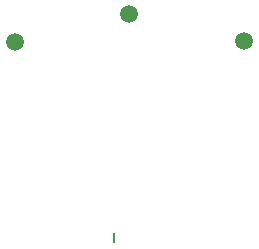
<source format=gbr>
%TF.GenerationSoftware,KiCad,Pcbnew,6.0.7-f9a2dced07~116~ubuntu20.04.1*%
%TF.CreationDate,2022-09-27T22:25:40+02:00*%
%TF.ProjectId,S3-44-to-33-FPC,53332d34-342d-4746-9f2d-33332d465043,1.0*%
%TF.SameCoordinates,Original*%
%TF.FileFunction,Soldermask,Bot*%
%TF.FilePolarity,Negative*%
%FSLAX46Y46*%
G04 Gerber Fmt 4.6, Leading zero omitted, Abs format (unit mm)*
G04 Created by KiCad (PCBNEW 6.0.7-f9a2dced07~116~ubuntu20.04.1) date 2022-09-27 22:25:40*
%MOMM*%
%LPD*%
G01*
G04 APERTURE LIST*
%ADD10R,0.127000X0.863600*%
%ADD11C,1.500000*%
G04 APERTURE END LIST*
D10*
%TO.C,J2*%
X112200000Y-112880000D03*
%TD*%
D11*
%TO.C,T-20*%
X103800000Y-96300000D03*
%TD*%
%TO.C,T+15*%
X123175000Y-96200000D03*
%TD*%
%TO.C,T_VCOM1*%
X113425000Y-93950000D03*
%TD*%
M02*

</source>
